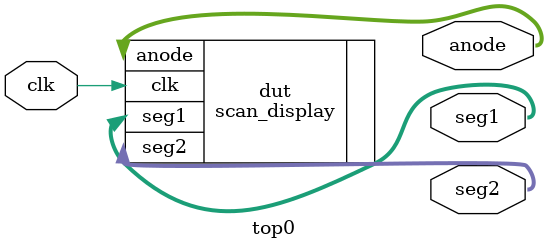
<source format=v>
`timescale 1ns / 1ps


module top0(
input clk,
output  [7:0] anode,     
output  [7:0] seg1,
output [7:0] seg2

);

 
 scan_display dut(
 .clk(clk),
 .anode(anode),
 .seg1(seg1),
 .seg2(seg2)
 
 
 );   
endmodule

</source>
